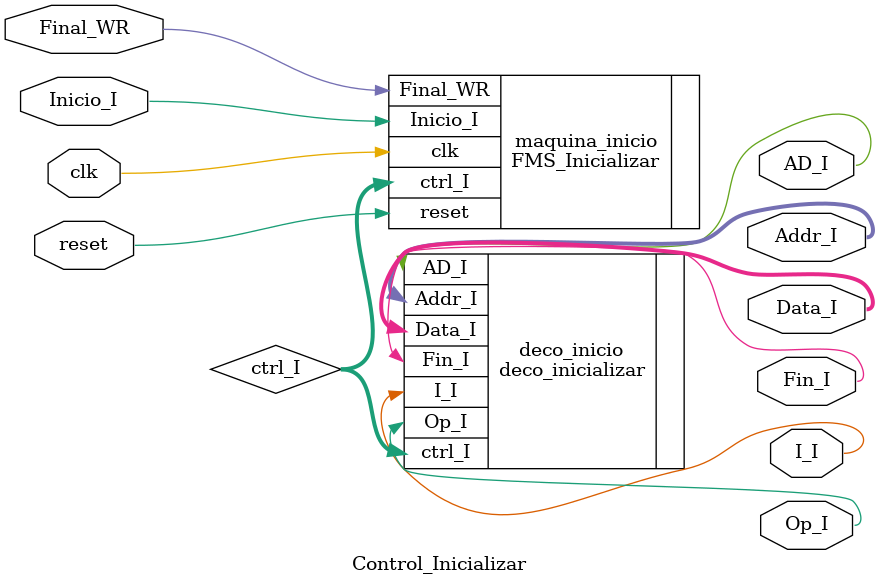
<source format=v>
`timescale 1ns / 1ps
module Control_Inicializar(
	input wire Inicio_I,clk,reset,Final_WR,
	output wire Fin_I,Op_I,I_I,AD_I,
	output wire [3:0]Addr_I,
	output wire [7:0]Data_I
	);

wire [3:0] ctrl_I;
	
FMS_Inicializar maquina_inicio (
    .Inicio_I(Inicio_I), 
    .clk(clk), 
    .reset(reset), 
    .Final_WR(Final_WR), 
    .ctrl_I(ctrl_I)
    );
	 
deco_inicializar deco_inicio (
    .ctrl_I(ctrl_I), 
    .Fin_I(Fin_I), 
    .Op_I(Op_I), 
    .I_I(I_I), 
    .AD_I(AD_I), 
    .Addr_I(Addr_I), 
    .Data_I(Data_I)
    );

endmodule

</source>
